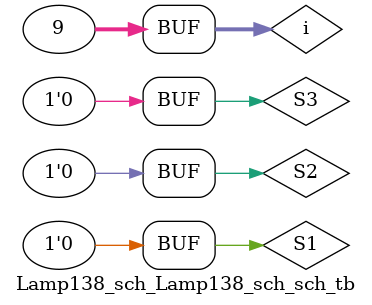
<source format=v>

`timescale 1ns / 1ps

module Lamp138_sch_Lamp138_sch_sch_tb();

// Inputs
   reg S1;
   reg S2;
   reg S3;

// Output
   wire F;
   wire Buzzer;

// Bidirs

// Instantiate the UUT
   Lamp138_sch UUT (
		.F(F), 
		.S1(S1), 
		.S2(S2), 
		.S3(S3), 
		.Buzzer(Buzzer)
   );
// Initialize Inputs
   //`ifdef auto_init
	integer i;
       initial begin
		for(i=0;i<=8;i=i+1)begin
		{S3,S2,S1}<=i;
		#50;
		end
		end	
   //`endif
endmodule

</source>
